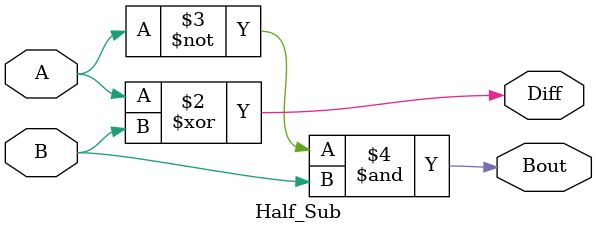
<source format=sv>
module Half_Sub(A,B,Diff,Bout);
  input A,B;
  output reg Diff,Bout; // Output is a reg in behavioral level
  
  always @(A,B)
    begin
      Diff=A^B; // Difference = A xor B
      Bout=~A&B;  //Borrow = ~A and B
    end
endmodule

</source>
